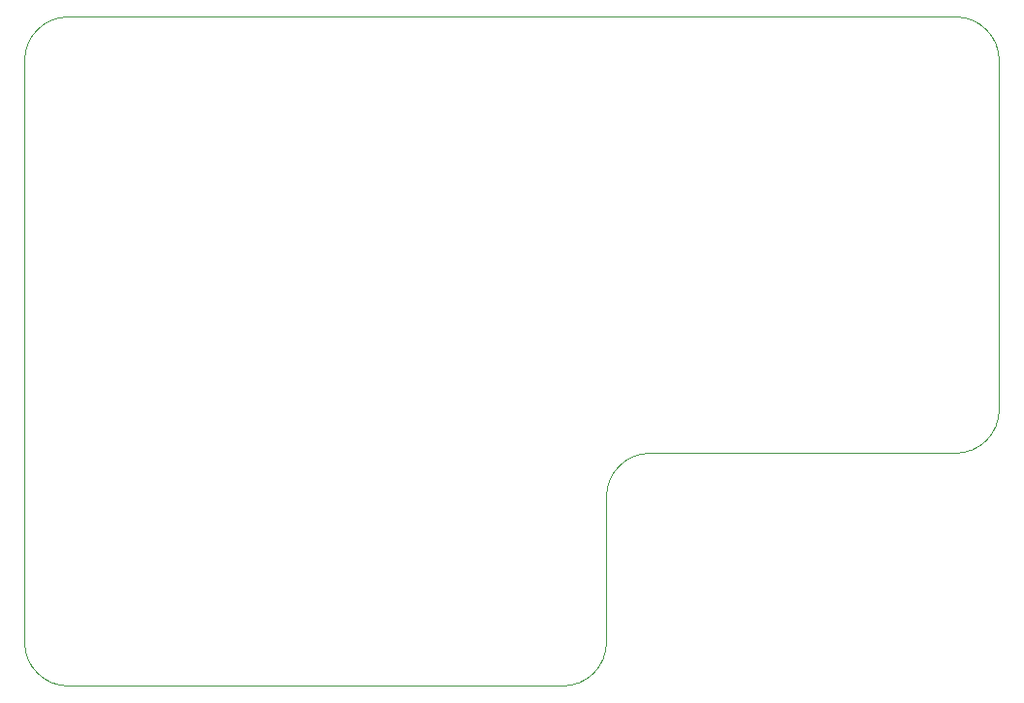
<source format=gbr>
G04 #@! TF.GenerationSoftware,KiCad,Pcbnew,5.1.4-3.fc30*
G04 #@! TF.CreationDate,2019-09-02T15:34:34-07:00*
G04 #@! TF.ProjectId,AR_20_JW_Rev2,41525f32-305f-44a5-975f-526576322e6b,rev?*
G04 #@! TF.SameCoordinates,Original*
G04 #@! TF.FileFunction,Profile,NP*
%FSLAX46Y46*%
G04 Gerber Fmt 4.6, Leading zero omitted, Abs format (unit mm)*
G04 Created by KiCad (PCBNEW 5.1.4-3.fc30) date 2019-09-02 15:34:34*
%MOMM*%
%LPD*%
G04 APERTURE LIST*
%ADD10C,0.050000*%
G04 APERTURE END LIST*
D10*
X188595000Y-105410000D02*
G75*
G02X184785000Y-109220000I-3810000J0D01*
G01*
X188595000Y-74930000D02*
X188595000Y-105410000D01*
X184785000Y-71120000D02*
G75*
G02X188595000Y-74930000I0J-3810000D01*
G01*
X103505000Y-74930000D02*
G75*
G02X107315000Y-71120000I3810000J0D01*
G01*
X150495000Y-129540000D02*
X107315000Y-129540000D01*
X107315000Y-129540000D02*
G75*
G02X103505000Y-125730000I0J3810000D01*
G01*
X154305000Y-125730000D02*
G75*
G02X150495000Y-129540000I-3810000J0D01*
G01*
X154305000Y-113030000D02*
G75*
G02X158115000Y-109220000I3810000J0D01*
G01*
X103505000Y-125730000D02*
X103505000Y-74930000D01*
X154305000Y-113030000D02*
X154305000Y-125730000D01*
X184785000Y-109220000D02*
X158115000Y-109220000D01*
X107315000Y-71120000D02*
X184785000Y-71120000D01*
M02*

</source>
